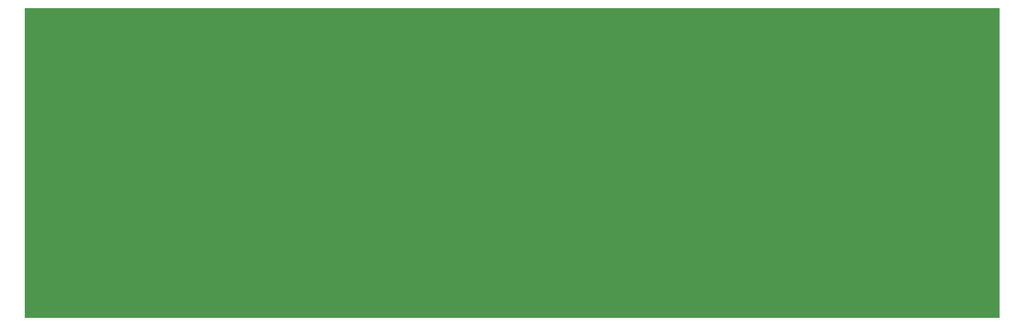
<source format=gbr>
G04 DipTrace 2.4.0.2*
%INBoard.gbr*%
%MOIN*%
%ADD11C,0.0055*%
%FSLAX44Y44*%
G04*
G70*
G90*
G75*
G01*
%LNBoardPoly*%
%LPD*%
G36*
X3937Y31890D2*
D11*
X91732D1*
Y3937D1*
X3937D1*
Y31890D1*
G37*
M02*

</source>
